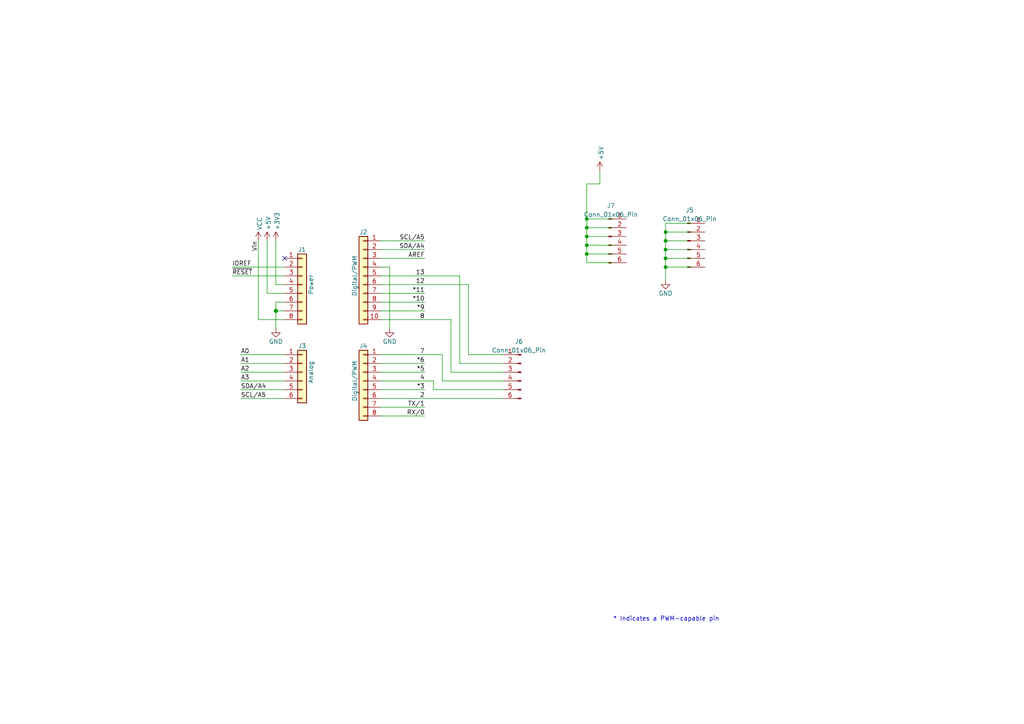
<source format=kicad_sch>
(kicad_sch (version 20230121) (generator eeschema)
  (paper "A4")
  (title_block (date "mar. 31 mars 2015"))
  (lib_symbols
    (symbol "Connector:Conn_01x06_Pin" (pin_names (offset 1.016) hide)
      (property "Reference" "J" (at 0 7.62 0))
      (property "Value" "Conn_01x06_Pin" (at 0 -10.16 0))
      (symbol "Conn_01x06_Pin_1_1"
        (polyline (pts (xy 1.27 -7.62) (xy 0.8636 -7.62)) (stroke (width 0.1524)))
        (polyline (pts (xy 1.27 -5.08) (xy 0.8636 -5.08)) (stroke (width 0.1524)))
        (polyline (pts (xy 1.27 -2.54) (xy 0.8636 -2.54)) (stroke (width 0.1524)))
        (polyline (pts (xy 1.27 0) (xy 0.8636 0)) (stroke (width 0.1524)))
        (polyline (pts (xy 1.27 2.54) (xy 0.8636 2.54)) (stroke (width 0.1524)))
        (polyline (pts (xy 1.27 5.08) (xy 0.8636 5.08)) (stroke (width 0.1524)))
        (rectangle (start 0.8636 -7.493) (end 0 -7.747) (stroke (width 0.1524)) (fill (type outline)))
        (rectangle (start 0.8636 -4.953) (end 0 -5.207) (stroke (width 0.1524)) (fill (type outline)))
        (rectangle (start 0.8636 -2.413) (end 0 -2.667) (stroke (width 0.1524)) (fill (type outline)))
        (rectangle (start 0.8636 0.127) (end 0 -0.127) (stroke (width 0.1524)) (fill (type outline)))
        (rectangle (start 0.8636 2.667) (end 0 2.413) (stroke (width 0.1524)) (fill (type outline)))
        (rectangle (start 0.8636 5.207) (end 0 4.953) (stroke (width 0.1524)) (fill (type outline)))
        (pin passive line (at 5.08 5.08 180) (length 3.81) (name "Pin_1") (number "1"))
        (pin passive line (at 5.08 2.54 180) (length 3.81) (name "Pin_2") (number "2"))
        (pin passive line (at 5.08 0 180) (length 3.81) (name "Pin_3") (number "3"))
        (pin passive line (at 5.08 -2.54 180) (length 3.81) (name "Pin_4") (number "4"))
        (pin passive line (at 5.08 -5.08 180) (length 3.81) (name "Pin_5") (number "5"))
        (pin passive line (at 5.08 -7.62 180) (length 3.81) (name "Pin_6") (number "6"))
      )
    )
    (symbol "Connector_Generic:Conn_01x06" (pin_names (offset 1.016) hide)
      (property "Reference" "J" (at 0 7.62 0))
      (property "Value" "Conn_01x06" (at 0 -10.16 0))
      (symbol "Conn_01x06_1_1"
        (rectangle (start -1.27 -7.493) (end 0 -7.747) (stroke (width 0.1524)))
        (rectangle (start -1.27 -4.953) (end 0 -5.207) (stroke (width 0.1524)))
        (rectangle (start -1.27 -2.413) (end 0 -2.667) (stroke (width 0.1524)))
        (rectangle (start -1.27 0.127) (end 0 -0.127) (stroke (width 0.1524)))
        (rectangle (start -1.27 2.667) (end 0 2.413) (stroke (width 0.1524)))
        (rectangle (start -1.27 5.207) (end 0 4.953) (stroke (width 0.1524)))
        (rectangle (start -1.27 6.35) (end 1.27 -8.89) (stroke (width 0.254)) (fill (type background)))
        (pin passive line (at -5.08 5.08 0) (length 3.81) (name "Pin_1") (number "1"))
        (pin passive line (at -5.08 2.54 0) (length 3.81) (name "Pin_2") (number "2"))
        (pin passive line (at -5.08 0 0) (length 3.81) (name "Pin_3") (number "3"))
        (pin passive line (at -5.08 -2.54 0) (length 3.81) (name "Pin_4") (number "4"))
        (pin passive line (at -5.08 -5.08 0) (length 3.81) (name "Pin_5") (number "5"))
        (pin passive line (at -5.08 -7.62 0) (length 3.81) (name "Pin_6") (number "6"))
      )
    )
    (symbol "Connector_Generic:Conn_01x08" (pin_names (offset 1.016) hide)
      (property "Reference" "J" (at 0 10.16 0))
      (property "Value" "Conn_01x08" (at 0 -12.7 0))
      (symbol "Conn_01x08_1_1"
        (rectangle (start -1.27 -10.033) (end 0 -10.287) (stroke (width 0.1524)))
        (rectangle (start -1.27 -7.493) (end 0 -7.747) (stroke (width 0.1524)))
        (rectangle (start -1.27 -4.953) (end 0 -5.207) (stroke (width 0.1524)))
        (rectangle (start -1.27 -2.413) (end 0 -2.667) (stroke (width 0.1524)))
        (rectangle (start -1.27 0.127) (end 0 -0.127) (stroke (width 0.1524)))
        (rectangle (start -1.27 2.667) (end 0 2.413) (stroke (width 0.1524)))
        (rectangle (start -1.27 5.207) (end 0 4.953) (stroke (width 0.1524)))
        (rectangle (start -1.27 7.747) (end 0 7.493) (stroke (width 0.1524)))
        (rectangle (start -1.27 8.89) (end 1.27 -11.43) (stroke (width 0.254)) (fill (type background)))
        (pin passive line (at -5.08 7.62 0) (length 3.81) (name "Pin_1") (number "1"))
        (pin passive line (at -5.08 5.08 0) (length 3.81) (name "Pin_2") (number "2"))
        (pin passive line (at -5.08 2.54 0) (length 3.81) (name "Pin_3") (number "3"))
        (pin passive line (at -5.08 0 0) (length 3.81) (name "Pin_4") (number "4"))
        (pin passive line (at -5.08 -2.54 0) (length 3.81) (name "Pin_5") (number "5"))
        (pin passive line (at -5.08 -5.08 0) (length 3.81) (name "Pin_6") (number "6"))
        (pin passive line (at -5.08 -7.62 0) (length 3.81) (name "Pin_7") (number "7"))
        (pin passive line (at -5.08 -10.16 0) (length 3.81) (name "Pin_8") (number "8"))
      )
    )
    (symbol "Connector_Generic:Conn_01x10" (pin_names (offset 1.016) hide)
      (property "Reference" "J" (at 0 12.7 0))
      (property "Value" "Conn_01x10" (at 0 -15.24 0))
      (symbol "Conn_01x10_1_1"
        (rectangle (start -1.27 -12.573) (end 0 -12.827) (stroke (width 0.1524)))
        (rectangle (start -1.27 -10.033) (end 0 -10.287) (stroke (width 0.1524)))
        (rectangle (start -1.27 -7.493) (end 0 -7.747) (stroke (width 0.1524)))
        (rectangle (start -1.27 -4.953) (end 0 -5.207) (stroke (width 0.1524)))
        (rectangle (start -1.27 -2.413) (end 0 -2.667) (stroke (width 0.1524)))
        (rectangle (start -1.27 0.127) (end 0 -0.127) (stroke (width 0.1524)))
        (rectangle (start -1.27 2.667) (end 0 2.413) (stroke (width 0.1524)))
        (rectangle (start -1.27 5.207) (end 0 4.953) (stroke (width 0.1524)))
        (rectangle (start -1.27 7.747) (end 0 7.493) (stroke (width 0.1524)))
        (rectangle (start -1.27 10.287) (end 0 10.033) (stroke (width 0.1524)))
        (rectangle (start -1.27 11.43) (end 1.27 -13.97) (stroke (width 0.254)) (fill (type background)))
        (pin passive line (at -5.08 10.16 0) (length 3.81) (name "Pin_1") (number "1"))
        (pin passive line (at -5.08 -12.7 0) (length 3.81) (name "Pin_10") (number "10"))
        (pin passive line (at -5.08 7.62 0) (length 3.81) (name "Pin_2") (number "2"))
        (pin passive line (at -5.08 5.08 0) (length 3.81) (name "Pin_3") (number "3"))
        (pin passive line (at -5.08 2.54 0) (length 3.81) (name "Pin_4") (number "4"))
        (pin passive line (at -5.08 0 0) (length 3.81) (name "Pin_5") (number "5"))
        (pin passive line (at -5.08 -2.54 0) (length 3.81) (name "Pin_6") (number "6"))
        (pin passive line (at -5.08 -5.08 0) (length 3.81) (name "Pin_7") (number "7"))
        (pin passive line (at -5.08 -7.62 0) (length 3.81) (name "Pin_8") (number "8"))
        (pin passive line (at -5.08 -10.16 0) (length 3.81) (name "Pin_9") (number "9"))
      )
    )
    (symbol "power:+3V3" (power) (pin_names (offset 0))
      (property "Value" "+3V3" (at 0 3.556 0))
      (symbol "+3V3_0_1"
        (polyline (pts (xy -0.762 1.27) (xy 0 2.54)))
        (polyline (pts (xy 0 0) (xy 0 2.54)))
        (polyline (pts (xy 0 2.54) (xy 0.762 1.27)))
      )
      (symbol "+3V3_1_1"
        (pin power_in line (at 0 0 90) (length 0) hide (name "+3V3") (number "1"))
      )
    )
    (symbol "power:+5V" (power) (pin_names (offset 0))
      (property "Value" "+5V" (at 0 3.556 0))
      (symbol "+5V_0_1"
        (polyline (pts (xy -0.762 1.27) (xy 0 2.54)))
        (polyline (pts (xy 0 0) (xy 0 2.54)))
        (polyline (pts (xy 0 2.54) (xy 0.762 1.27)))
      )
      (symbol "+5V_1_1"
        (pin power_in line (at 0 0 90) (length 0) hide (name "+5V") (number "1"))
      )
    )
    (symbol "power:GND" (power) (pin_names (offset 0))
      (property "Value" "GND" (at 0 -3.81 0))
      (symbol "GND_0_1"
        (polyline (pts (xy 0 0) (xy 0 -1.27) (xy 1.27 -1.27) (xy 0 -2.54) (xy -1.27 -1.27) (xy 0 -1.27)))
      )
      (symbol "GND_1_1"
        (pin power_in line (at 0 0 270) (length 0) hide (name "GND") (number "1"))
      )
    )
    (symbol "power:VCC" (power) (pin_names (offset 0))
      (property "Value" "VCC" (at 0 3.81 0))
      (symbol "VCC_0_1"
        (polyline (pts (xy -0.762 1.27) (xy 0 2.54)))
        (polyline (pts (xy 0 0) (xy 0 2.54)))
        (polyline (pts (xy 0 2.54) (xy 0.762 1.27)))
      )
      (symbol "VCC_1_1"
        (pin power_in line (at 0 0 90) (length 0) hide (name "VCC") (number "1"))
      )
    )
  )
  (junction (at 170.18 71.12))
  (junction (at 170.18 68.58))
  (junction (at 80.01 90.17) (diameter 1.016))
  (junction (at 170.18 66.04))
  (junction (at 193.04 74.93))
  (junction (at 193.04 72.39))
  (junction (at 170.18 63.5))
  (junction (at 193.04 77.47))
  (junction (at 193.04 69.85))
  (junction (at 170.18 73.66))
  (junction (at 193.04 67.31))
  (no_connect (at 82.55 74.93))
  (wire (pts (xy 110.49 120.65) (xy 123.19 120.65)))
  (wire (pts (xy 110.49 115.57) (xy 146.05 115.57)))
  (wire (pts (xy 193.04 72.39) (xy 193.04 74.93)))
  (wire (pts (xy 110.49 92.71) (xy 130.81 92.71)))
  (wire (pts (xy 110.49 87.63) (xy 123.19 87.63)))
  (wire (pts (xy 110.49 69.85) (xy 123.19 69.85)))
  (wire (pts (xy 128.27 102.87) (xy 128.27 110.49)))
  (wire (pts (xy 128.27 110.49) (xy 146.05 110.49)))
  (wire (pts (xy 80.01 87.63) (xy 80.01 90.17)))
  (wire (pts (xy 69.85 115.57) (xy 82.55 115.57)))
  (wire (pts (xy 130.81 92.71) (xy 130.81 107.95)))
  (wire (pts (xy 170.18 53.34) (xy 170.18 63.5)))
  (wire (pts (xy 133.35 105.41) (xy 146.05 105.41)))
  (wire (pts (xy 80.01 90.17) (xy 80.01 95.25)))
  (wire (pts (xy 193.04 69.85) (xy 199.39 69.85)))
  (wire (pts (xy 80.01 82.55) (xy 82.55 82.55)))
  (wire (pts (xy 77.47 85.09) (xy 82.55 85.09)))
  (wire (pts (xy 173.99 53.34) (xy 173.99 49.53)))
  (wire (pts (xy 77.47 69.85) (xy 77.47 85.09)))
  (wire (pts (xy 193.04 64.77) (xy 193.04 67.31)))
  (wire (pts (xy 80.01 69.85) (xy 80.01 82.55)))
  (wire (pts (xy 110.49 102.87) (xy 128.27 102.87)))
  (wire (pts (xy 82.55 102.87) (xy 69.85 102.87)))
  (wire (pts (xy 135.89 82.55) (xy 135.89 102.87)))
  (wire (pts (xy 193.04 69.85) (xy 193.04 72.39)))
  (wire (pts (xy 110.49 105.41) (xy 123.19 105.41)))
  (wire (pts (xy 170.18 63.5) (xy 170.18 66.04)))
  (wire (pts (xy 170.18 68.58) (xy 170.18 71.12)))
  (wire (pts (xy 193.04 67.31) (xy 200.66 67.31)))
  (wire (pts (xy 170.18 71.12) (xy 177.8 71.12)))
  (wire (pts (xy 125.73 110.49) (xy 125.73 113.03)))
  (wire (pts (xy 110.49 110.49) (xy 125.73 110.49)))
  (wire (pts (xy 67.31 77.47) (xy 82.55 77.47)))
  (wire (pts (xy 193.04 77.47) (xy 200.66 77.47)))
  (wire (pts (xy 170.18 71.12) (xy 170.18 73.66)))
  (wire (pts (xy 170.18 68.58) (xy 176.53 68.58)))
  (wire (pts (xy 113.03 77.47) (xy 113.03 95.25)))
  (wire (pts (xy 200.66 74.93) (xy 193.04 74.93)))
  (wire (pts (xy 110.49 74.93) (xy 123.19 74.93)))
  (wire (pts (xy 177.8 73.66) (xy 170.18 73.66)))
  (wire (pts (xy 193.04 77.47) (xy 193.04 81.28)))
  (wire (pts (xy 82.55 107.95) (xy 69.85 107.95)))
  (wire (pts (xy 67.31 80.01) (xy 82.55 80.01)))
  (wire (pts (xy 82.55 90.17) (xy 80.01 90.17)))
  (wire (pts (xy 69.85 105.41) (xy 82.55 105.41)))
  (wire (pts (xy 130.81 107.95) (xy 146.05 107.95)))
  (wire (pts (xy 170.18 63.5) (xy 177.8 63.5)))
  (wire (pts (xy 193.04 74.93) (xy 193.04 77.47)))
  (wire (pts (xy 110.49 77.47) (xy 113.03 77.47)))
  (wire (pts (xy 193.04 64.77) (xy 200.66 64.77)))
  (wire (pts (xy 82.55 87.63) (xy 80.01 87.63)))
  (wire (pts (xy 82.55 92.71) (xy 74.93 92.71)))
  (wire (pts (xy 110.49 85.09) (xy 123.19 85.09)))
  (wire (pts (xy 133.35 80.01) (xy 110.49 80.01)))
  (wire (pts (xy 110.49 82.55) (xy 135.89 82.55)))
  (wire (pts (xy 133.35 80.01) (xy 133.35 105.41)))
  (wire (pts (xy 110.49 107.95) (xy 123.19 107.95)))
  (wire (pts (xy 69.85 110.49) (xy 82.55 110.49)))
  (wire (pts (xy 193.04 67.31) (xy 193.04 69.85)))
  (wire (pts (xy 125.73 113.03) (xy 146.05 113.03)))
  (wire (pts (xy 110.49 90.17) (xy 123.19 90.17)))
  (wire (pts (xy 146.05 102.87) (xy 135.89 102.87)))
  (wire (pts (xy 170.18 66.04) (xy 177.8 66.04)))
  (wire (pts (xy 170.18 76.2) (xy 177.8 76.2)))
  (wire (pts (xy 170.18 73.66) (xy 170.18 76.2)))
  (wire (pts (xy 170.18 53.34) (xy 173.99 53.34)))
  (wire (pts (xy 110.49 72.39) (xy 123.19 72.39)))
  (wire (pts (xy 193.04 72.39) (xy 200.66 72.39)))
  (wire (pts (xy 110.49 113.03) (xy 123.19 113.03)))
  (wire (pts (xy 170.18 66.04) (xy 170.18 68.58)))
  (wire (pts (xy 110.49 118.11) (xy 123.19 118.11)))
  (wire (pts (xy 74.93 92.71) (xy 74.93 69.85)))
  (wire (pts (xy 82.55 113.03) (xy 69.85 113.03)))
  (text "* Indicates a PWM-capable pin" (at 177.8 180.34 0) (effects (font (size 1.27 1.27)) (justify left bottom)))
  (label "RX{slash}0" (at 123.19 120.65 180))
  (label "A2" (at 69.85 107.95 0))
  (label "4" (at 123.19 110.49 180))
  (label "2" (at 123.19 115.57 180))
  (label "A3" (at 69.85 110.49 0))
  (label "13" (at 123.19 80.01 180))
  (label "12" (at 123.19 82.55 180))
  (label "~{RESET}" (at 67.31 80.01 0))
  (label "*10" (at 123.19 87.63 180))
  (label "7" (at 123.19 102.87 180))
  (label "SDA{slash}A4" (at 123.19 72.39 180))
  (label "8" (at 123.19 92.71 180))
  (label "*11" (at 123.19 85.09 180))
  (label "*3" (at 123.19 113.03 180))
  (label "A1" (at 69.85 105.41 0))
  (label "TX{slash}1" (at 123.19 118.11 180))
  (label "A0" (at 69.85 102.87 0))
  (label "AREF" (at 123.19 74.93 180))
  (label "Vin" (at 74.93 69.85 270))
  (label "*6" (at 123.19 105.41 180))
  (label "SCL{slash}A5" (at 123.19 69.85 180))
  (label "*9" (at 123.19 90.17 180))
  (label "*5" (at 123.19 107.95 180))
  (label "IOREF" (at 67.31 77.47 0))
  (label "SDA{slash}A4" (at 69.85 113.03 0))
  (label "SCL{slash}A5" (at 69.85 115.57 0))
  (symbol (lib_id "Connector_Generic:Conn_01x08") (at 87.63 82.55 0) (unit 1)
    (property "Reference" "J1" (at 87.63 72.39 0))
    (property "Value" "Power" (at 90.17 82.55 90))
    (property "Footprint" "Connector_PinSocket_2.54mm:PinSocket_1x08_P2.54mm_Vertical" (effects hide))
  )
  (symbol (lib_id "power:+3V3") (at 80.01 69.85 0) (unit 1)
    (property "Reference" "#PWR?" (effects hide))
    (property "Value" "+3.3V" (at 80.391 66.802 90) (effects (justify left)))
  )
  (symbol (lib_id "power:+5V") (at 77.47 69.85 0) (unit 1)
    (property "Reference" "#PWR?" (effects hide))
    (property "Value" "+5V" (at 77.8256 66.802 90) (effects (justify left)))
  )
  (symbol (lib_id "power:GND") (at 80.01 95.25 0) (unit 1)
    (property "Reference" "#PWR?" (effects hide))
    (property "Value" "GND" (at 80.01 99.06 0))
  )
  (symbol (lib_id "Connector_Generic:Conn_01x10") (at 105.41 80.01 0) (mirror y) (unit 1)
    (property "Reference" "J2" (at 105.41 67.31 0))
    (property "Value" "Digital/PWM" (at 102.87 80.01 90))
    (property "Footprint" "Connector_PinSocket_2.54mm:PinSocket_1x10_P2.54mm_Vertical" (effects hide))
  )
  (symbol (lib_id "power:GND") (at 113.03 95.25 0) (unit 1)
    (property "Reference" "#PWR?" (effects hide))
    (property "Value" "GND" (at 113.03 99.06 0))
  )
  (symbol (lib_id "Connector_Generic:Conn_01x06") (at 87.63 107.95 0) (unit 1)
    (property "Reference" "J3" (at 87.63 100.33 0))
    (property "Value" "Analog" (at 90.17 107.95 90))
    (property "Footprint" "Connector_PinSocket_2.54mm:PinSocket_1x06_P2.54mm_Vertical" (effects hide))
  )
  (symbol (lib_id "Connector_Generic:Conn_01x08") (at 105.41 110.49 0) (mirror y) (unit 1)
    (property "Reference" "J4" (at 105.41 100.33 0))
    (property "Value" "Digital/PWM" (at 102.87 110.49 90))
    (property "Footprint" "Connector_PinSocket_2.54mm:PinSocket_1x08_P2.54mm_Vertical" (effects hide))
  )
  (symbol (lib_id "Connector:Conn_01x06_Pin") (at 199.39 69.85 0) (unit 1)
    (property "Reference" "J5" (at 200.025 60.96 0))
    (property "Value" "Conn_01x06_Pin" (at 200.025 63.5 0))
    (property "Footprint" "Connector_PinSocket_2.54mm:PinSocket_1x06_P2.54mm_Vertical" (effects hide))
  )
  (symbol (lib_id "Connector:Conn_01x06_Pin") (at 176.53 68.58 0) (unit 1)
    (property "Reference" "J7" (at 177.165 59.69 0))
    (property "Value" "Conn_01x06_Pin" (at 177.165 62.23 0))
    (property "Footprint" "Connector_PinSocket_2.54mm:PinSocket_1x06_P2.54mm_Vertical" (effects hide))
  )
  (symbol (lib_id "power:VCC") (at 74.93 69.85 0) (unit 1)
    (property "Reference" "#PWR?" (effects hide))
    (property "Value" "VCC" (at 75.311 66.802 90) (effects (justify left)))
  )
  (symbol (lib_id "power:GND") (at 193.04 81.28 0) (unit 1)
    (property "Reference" "#PWR?" (effects hide))
    (property "Value" "GND" (at 193.04 85.09 0))
  )
  (symbol (lib_id "power:+5V") (at 173.99 49.53 0) (unit 1)
    (property "Reference" "#PWR?" (effects hide))
    (property "Value" "+5V" (at 174.3456 46.482 90) (effects (justify left)))
  )
  (symbol (lib_id "Connector:Conn_01x06_Pin") (at 151.13 107.95 0) (mirror y) (unit 1)
    (property "Reference" "J6" (at 150.495 99.06 0))
    (property "Value" "Conn_01x06_Pin" (at 150.495 101.6 0))
    (property "Footprint" "Connector_PinSocket_2.54mm:PinSocket_1x06_P2.54mm_Vertical" (effects hide))
  )
)
</source>
